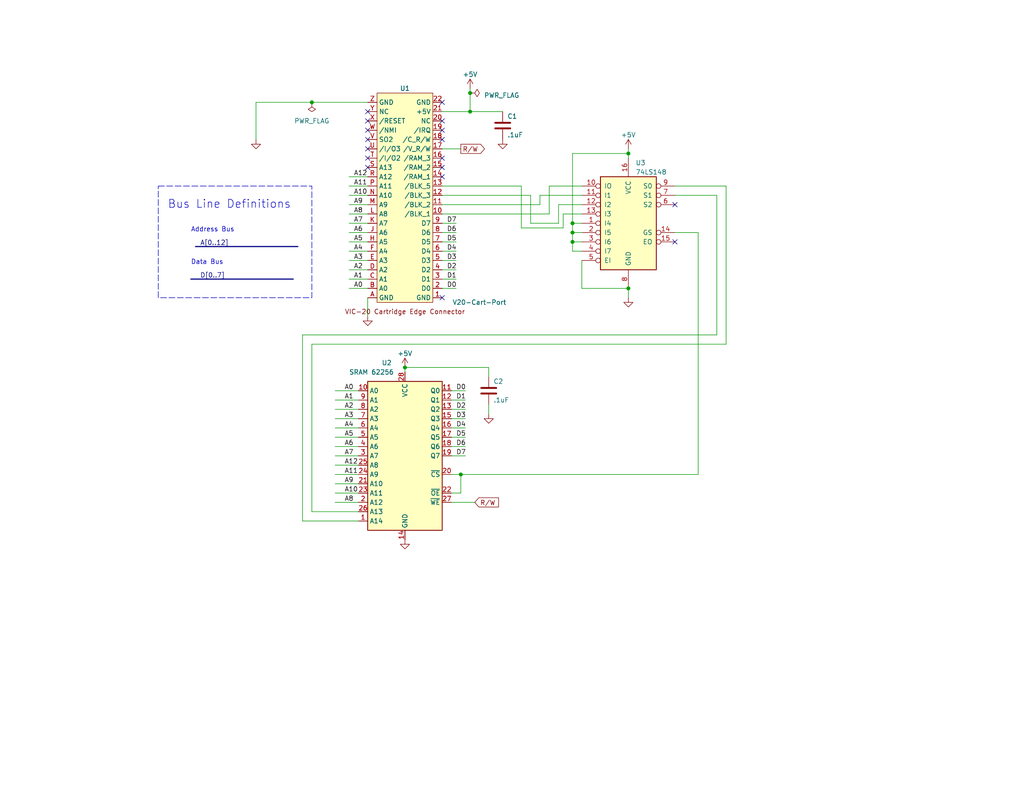
<source format=kicad_sch>
(kicad_sch (version 20230121) (generator eeschema)
  (paper "USLetter")
  (title_block (title "VIC-20 Ram Expansion") (date "2023-05-19") (rev "1"))
  (lib_symbols
    (symbol "74xx:74LS148" (pin_names (offset 1.016))
      (property "Reference" "U" (at -7.62 13.97 0))
      (property "Value" "74LS148" (at -7.62 -13.97 0))
      (symbol "74LS148_1_0"
        (pin input inverted (at -12.7 0 0) (length 5.08) (name "I4") (number "1"))
        (pin input inverted (at -12.7 10.16 0) (length 5.08) (name "IO") (number "10"))
        (pin input inverted (at -12.7 7.62 0) (length 5.08) (name "I1") (number "11"))
        (pin input inverted (at -12.7 5.08 0) (length 5.08) (name "I2") (number "12"))
        (pin input inverted (at -12.7 2.54 0) (length 5.08) (name "I3") (number "13"))
        (pin output inverted (at 12.7 -2.54 180) (length 5.08) (name "GS") (number "14"))
        (pin output inverted (at 12.7 -5.08 180) (length 5.08) (name "EO") (number "15"))
        (pin power_in line (at 0 17.78 270) (length 5.08) (name "VCC") (number "16"))
        (pin input inverted (at -12.7 -2.54 0) (length 5.08) (name "I5") (number "2"))
        (pin input inverted (at -12.7 -5.08 0) (length 5.08) (name "I6") (number "3"))
        (pin input inverted (at -12.7 -7.62 0) (length 5.08) (name "I7") (number "4"))
        (pin input inverted (at -12.7 -10.16 0) (length 5.08) (name "EI") (number "5"))
        (pin output inverted (at 12.7 5.08 180) (length 5.08) (name "S2") (number "6"))
        (pin output inverted (at 12.7 7.62 180) (length 5.08) (name "S1") (number "7"))
        (pin power_in line (at 0 -17.78 90) (length 5.08) (name "GND") (number "8"))
        (pin output inverted (at 12.7 10.16 180) (length 5.08) (name "S0") (number "9"))
      )
      (symbol "74LS148_1_1"
        (rectangle (start -7.62 12.7) (end 7.62 -12.7) (stroke (width 0.254)) (fill (type background)))
      )
    )
    (symbol "Commodore:VIC20_Cart_Edge"
      (property "Reference" "U" (at 1.27 59.69 0))
      (symbol "VIC20_Cart_Edge_0_1"
        (rectangle (start 0 57.15) (end 15.24 0) (fill (type background)))
        (text "VIC-20 Cartridge Edge Connector" (at 7.62 -2.54 0) (effects (font (size 1.27 1.27))))
      )
      (symbol "VIC20_Cart_Edge_1_1"
        (pin passive line (at 17.78 1.27 180) (length 2.54) (name "GND") (number "1"))
        (pin passive line (at 17.78 24.13 180) (length 2.54) (name "/BLK_1") (number "10"))
        (pin passive line (at 17.78 26.67 180) (length 2.54) (name "/BLK_2") (number "11"))
        (pin passive line (at 17.78 29.21 180) (length 2.54) (name "/BLK_3") (number "12"))
        (pin passive line (at 17.78 31.75 180) (length 2.54) (name "/BLK_5") (number "13"))
        (pin passive line (at 17.78 34.29 180) (length 2.54) (name "/RAM_1") (number "14"))
        (pin passive line (at 17.78 36.83 180) (length 2.54) (name "/RAM_2") (number "15"))
        (pin passive line (at 17.78 39.37 180) (length 2.54) (name "/RAM_3") (number "16"))
        (pin passive line (at 17.78 41.91 180) (length 2.54) (name "/V_R/W") (number "17"))
        (pin passive line (at 17.78 44.45 180) (length 2.54) (name "/C_R/W") (number "18"))
        (pin passive line (at 17.78 46.99 180) (length 2.54) (name "/IRQ") (number "19"))
        (pin passive line (at 17.78 3.81 180) (length 2.54) (name "D0") (number "2"))
        (pin passive line (at 17.78 49.53 180) (length 2.54) (name "NC") (number "20"))
        (pin passive line (at 17.78 52.07 180) (length 2.54) (name "+5V") (number "21"))
        (pin passive line (at 17.78 54.61 180) (length 2.54) (name "GND") (number "22"))
        (pin passive line (at 17.78 6.35 180) (length 2.54) (name "D1") (number "3"))
        (pin passive line (at 17.78 8.89 180) (length 2.54) (name "D2") (number "4"))
        (pin passive line (at 17.78 11.43 180) (length 2.54) (name "D3") (number "5"))
        (pin passive line (at 17.78 13.97 180) (length 2.54) (name "D4") (number "6"))
        (pin passive line (at 17.78 16.51 180) (length 2.54) (name "D5") (number "7"))
        (pin passive line (at 17.78 19.05 180) (length 2.54) (name "D6") (number "8"))
        (pin passive line (at 17.78 21.59 180) (length 2.54) (name "D7") (number "9"))
        (pin passive line (at -2.54 1.27 0) (length 2.54) (name "GND") (number "A"))
        (pin passive line (at -2.54 3.81 0) (length 2.54) (name "A0") (number "B"))
        (pin passive line (at -2.54 6.35 0) (length 2.54) (name "A1") (number "C"))
        (pin passive line (at -2.54 8.89 0) (length 2.54) (name "A2") (number "D"))
        (pin passive line (at -2.54 11.43 0) (length 2.54) (name "A3") (number "E"))
        (pin passive line (at -2.54 13.97 0) (length 2.54) (name "A4") (number "F"))
        (pin passive line (at -2.54 16.51 0) (length 2.54) (name "A5") (number "H"))
        (pin passive line (at -2.54 19.05 0) (length 2.54) (name "A6") (number "J"))
        (pin passive line (at -2.54 21.59 0) (length 2.54) (name "A7") (number "K"))
        (pin passive line (at -2.54 24.13 0) (length 2.54) (name "A8") (number "L"))
        (pin passive line (at -2.54 26.67 0) (length 2.54) (name "A9") (number "M"))
        (pin passive line (at -2.54 29.21 0) (length 2.54) (name "A10") (number "N"))
        (pin passive line (at -2.54 31.75 0) (length 2.54) (name "A11") (number "P"))
        (pin passive line (at -2.54 34.29 0) (length 2.54) (name "A12") (number "R"))
        (pin passive line (at -2.54 36.83 0) (length 2.54) (name "A13") (number "S"))
        (pin passive line (at -2.54 39.37 0) (length 2.54) (name "/I/O2") (number "T"))
        (pin passive line (at -2.54 41.91 0) (length 2.54) (name "/I/O3") (number "U"))
        (pin passive line (at -2.54 44.45 0) (length 2.54) (name "SO2") (number "V"))
        (pin passive line (at -2.54 46.99 0) (length 2.54) (name "/NMI") (number "W"))
        (pin passive line (at -2.54 49.53 0) (length 2.54) (name "/RESET") (number "X"))
        (pin passive line (at -2.54 52.07 0) (length 2.54) (name "NC") (number "Y"))
        (pin passive line (at -2.54 54.61 0) (length 2.54) (name "GND") (number "Z"))
      )
    )
    (symbol "Device:C" (pin_numbers hide) (pin_names (offset 0.254))
      (property "Reference" "C" (at 0.635 2.54 0))
      (property "Value" "C" (at 0.635 -2.54 0))
      (symbol "C_0_1"
        (polyline (pts (xy -2.032 -0.762) (xy 2.032 -0.762)) (stroke (width 0.508)))
        (polyline (pts (xy -2.032 0.762) (xy 2.032 0.762)) (stroke (width 0.508)))
      )
      (symbol "C_1_1"
        (pin passive line (at 0 3.81 270) (length 2.794) (name "~") (number "1"))
        (pin passive line (at 0 -3.81 90) (length 2.794) (name "~") (number "2"))
      )
    )
    (symbol "Memory_RAM:CY62256-70PC"
      (property "Reference" "U" (at -10.16 20.955 0))
      (property "Value" "CY62256-70PC" (at 2.54 20.955 0))
      (symbol "CY62256-70PC_0_0"
        (pin power_in line (at 0 -22.86 90) (length 2.54) (name "GND") (number "14"))
        (pin power_in line (at 0 22.86 270) (length 2.54) (name "VCC") (number "28"))
      )
      (symbol "CY62256-70PC_0_1"
        (rectangle (start -10.16 20.32) (end 10.16 -20.32) (stroke (width 0.254)) (fill (type background)))
      )
      (symbol "CY62256-70PC_1_1"
        (pin input line (at -12.7 -17.78 0) (length 2.54) (name "A14") (number "1"))
        (pin input line (at -12.7 17.78 0) (length 2.54) (name "A0") (number "10"))
        (pin tri_state line (at 12.7 17.78 180) (length 2.54) (name "Q0") (number "11"))
        (pin tri_state line (at 12.7 15.24 180) (length 2.54) (name "Q1") (number "12"))
        (pin tri_state line (at 12.7 12.7 180) (length 2.54) (name "Q2") (number "13"))
        (pin tri_state line (at 12.7 10.16 180) (length 2.54) (name "Q3") (number "15"))
        (pin tri_state line (at 12.7 7.62 180) (length 2.54) (name "Q4") (number "16"))
        (pin tri_state line (at 12.7 5.08 180) (length 2.54) (name "Q5") (number "17"))
        (pin tri_state line (at 12.7 2.54 180) (length 2.54) (name "Q6") (number "18"))
        (pin tri_state line (at 12.7 0 180) (length 2.54) (name "Q7") (number "19"))
        (pin input line (at -12.7 -12.7 0) (length 2.54) (name "A12") (number "2"))
        (pin input line (at 12.7 -5.08 180) (length 2.54) (name "~{CS}") (number "20"))
        (pin input line (at -12.7 -7.62 0) (length 2.54) (name "A10") (number "21"))
        (pin input line (at 12.7 -10.16 180) (length 2.54) (name "~{OE}") (number "22"))
        (pin input line (at -12.7 -10.16 0) (length 2.54) (name "A11") (number "23"))
        (pin input line (at -12.7 -5.08 0) (length 2.54) (name "A9") (number "24"))
        (pin input line (at -12.7 -2.54 0) (length 2.54) (name "A8") (number "25"))
        (pin input line (at -12.7 -15.24 0) (length 2.54) (name "A13") (number "26"))
        (pin input line (at 12.7 -12.7 180) (length 2.54) (name "~{WE}") (number "27"))
        (pin input line (at -12.7 0 0) (length 2.54) (name "A7") (number "3"))
        (pin input line (at -12.7 2.54 0) (length 2.54) (name "A6") (number "4"))
        (pin input line (at -12.7 5.08 0) (length 2.54) (name "A5") (number "5"))
        (pin input line (at -12.7 7.62 0) (length 2.54) (name "A4") (number "6"))
        (pin input line (at -12.7 10.16 0) (length 2.54) (name "A3") (number "7"))
        (pin input line (at -12.7 12.7 0) (length 2.54) (name "A2") (number "8"))
        (pin input line (at -12.7 15.24 0) (length 2.54) (name "A1") (number "9"))
      )
    )
    (symbol "power:+5V" (power) (pin_names (offset 0))
      (property "Value" "+5V" (at 0 3.556 0))
      (symbol "+5V_0_1"
        (polyline (pts (xy -0.762 1.27) (xy 0 2.54)))
        (polyline (pts (xy 0 0) (xy 0 2.54)))
        (polyline (pts (xy 0 2.54) (xy 0.762 1.27)))
      )
      (symbol "+5V_1_1"
        (pin power_in line (at 0 0 90) (length 0) hide (name "+5V") (number "1"))
      )
    )
    (symbol "power:GND" (power) (pin_names (offset 0))
      (property "Value" "GND" (at 0 -3.81 0))
      (symbol "GND_0_1"
        (polyline (pts (xy 0 0) (xy 0 -1.27) (xy 1.27 -1.27) (xy 0 -2.54) (xy -1.27 -1.27) (xy 0 -1.27)))
      )
      (symbol "GND_1_1"
        (pin power_in line (at 0 0 270) (length 0) hide (name "GND") (number "1"))
      )
    )
    (symbol "power:PWR_FLAG" (power) (pin_numbers hide) (pin_names (offset 0) hide)
      (property "Value" "PWR_FLAG" (at 0 3.81 0))
      (symbol "PWR_FLAG_0_0"
        (pin power_out line (at 0 0 90) (length 0) (name "pwr") (number "1"))
      )
      (symbol "PWR_FLAG_0_1"
        (polyline (pts (xy 0 0) (xy 0 1.27) (xy -1.016 1.905) (xy 0 2.54) (xy 1.016 1.905) (xy 0 1.27)))
      )
    )
  )
  (junction (at 171.45 41.91))
  (junction (at 110.49 100.33))
  (junction (at 85.09 27.94))
  (junction (at 156.21 60.96))
  (junction (at 128.27 25.4))
  (junction (at 171.45 78.74))
  (junction (at 128.27 30.48))
  (junction (at 156.21 63.5))
  (junction (at 125.73 129.54))
  (junction (at 156.21 66.04))
  (no_connect (at 100.33 40.64))
  (no_connect (at 120.65 38.1))
  (no_connect (at 120.65 33.02))
  (no_connect (at 100.33 45.72))
  (no_connect (at 100.33 30.48))
  (no_connect (at 100.33 43.18))
  (no_connect (at 120.65 81.28))
  (no_connect (at 120.65 35.56))
  (no_connect (at 120.65 45.72))
  (no_connect (at 184.15 66.04))
  (no_connect (at 120.65 43.18))
  (no_connect (at 100.33 38.1))
  (no_connect (at 120.65 27.94))
  (no_connect (at 100.33 33.02))
  (no_connect (at 120.65 48.26))
  (no_connect (at 184.15 55.88))
  (no_connect (at 100.33 35.56))
  (wire (pts (xy 120.65 68.58) (xy 124.46 68.58)))
  (wire (pts (xy 120.65 40.64) (xy 125.73 40.64)))
  (wire (pts (xy 147.32 53.34) (xy 158.75 53.34)))
  (bus (pts (xy 52.07 76.2) (xy 80.01 76.2)))
  (wire (pts (xy 156.21 68.58) (xy 156.21 66.04)))
  (wire (pts (xy 95.25 58.42) (xy 100.33 58.42)))
  (wire (pts (xy 123.19 119.38) (xy 127 119.38)))
  (wire (pts (xy 156.21 41.91) (xy 171.45 41.91)))
  (wire (pts (xy 82.55 91.44) (xy 195.58 91.44)))
  (wire (pts (xy 123.19 124.46) (xy 127 124.46)))
  (wire (pts (xy 95.25 63.5) (xy 100.33 63.5)))
  (wire (pts (xy 144.78 53.34) (xy 144.78 60.96)))
  (wire (pts (xy 69.85 27.94) (xy 69.85 38.1)))
  (wire (pts (xy 171.45 78.74) (xy 171.45 81.28)))
  (wire (pts (xy 142.24 50.8) (xy 142.24 62.23)))
  (wire (pts (xy 91.44 116.84) (xy 97.79 116.84)))
  (wire (pts (xy 120.65 30.48) (xy 128.27 30.48)))
  (wire (pts (xy 123.19 116.84) (xy 127 116.84)))
  (wire (pts (xy 91.44 129.54) (xy 97.79 129.54)))
  (wire (pts (xy 91.44 132.08) (xy 97.79 132.08)))
  (wire (pts (xy 82.55 142.24) (xy 97.79 142.24)))
  (wire (pts (xy 198.12 50.8) (xy 184.15 50.8)))
  (wire (pts (xy 91.44 137.16) (xy 97.79 137.16)))
  (wire (pts (xy 85.09 93.98) (xy 85.09 139.7)))
  (wire (pts (xy 153.67 58.42) (xy 158.75 58.42)))
  (wire (pts (xy 95.25 78.74) (xy 100.33 78.74)))
  (wire (pts (xy 95.25 60.96) (xy 100.33 60.96)))
  (wire (pts (xy 123.19 137.16) (xy 129.54 137.16)))
  (wire (pts (xy 91.44 121.92) (xy 97.79 121.92)))
  (wire (pts (xy 120.65 53.34) (xy 144.78 53.34)))
  (wire (pts (xy 100.33 81.28) (xy 100.33 86.36)))
  (wire (pts (xy 158.75 60.96) (xy 156.21 60.96)))
  (wire (pts (xy 123.19 106.68) (xy 127 106.68)))
  (wire (pts (xy 190.5 129.54) (xy 125.73 129.54)))
  (wire (pts (xy 158.75 66.04) (xy 156.21 66.04)))
  (wire (pts (xy 120.65 60.96) (xy 124.46 60.96)))
  (wire (pts (xy 198.12 50.8) (xy 198.12 93.98)))
  (wire (pts (xy 152.4 55.88) (xy 158.75 55.88)))
  (wire (pts (xy 91.44 111.76) (xy 97.79 111.76)))
  (wire (pts (xy 91.44 124.46) (xy 97.79 124.46)))
  (wire (pts (xy 149.86 58.42) (xy 149.86 50.8)))
  (wire (pts (xy 123.19 114.3) (xy 127 114.3)))
  (wire (pts (xy 123.19 134.62) (xy 125.73 134.62)))
  (wire (pts (xy 195.58 91.44) (xy 195.58 53.34)))
  (wire (pts (xy 142.24 62.23) (xy 153.67 62.23)))
  (wire (pts (xy 125.73 134.62) (xy 125.73 129.54)))
  (wire (pts (xy 171.45 40.64) (xy 171.45 41.91)))
  (wire (pts (xy 147.32 55.88) (xy 147.32 53.34)))
  (wire (pts (xy 156.21 60.96) (xy 156.21 41.91)))
  (wire (pts (xy 69.85 27.94) (xy 85.09 27.94)))
  (wire (pts (xy 156.21 60.96) (xy 156.21 63.5)))
  (wire (pts (xy 195.58 53.34) (xy 184.15 53.34)))
  (wire (pts (xy 95.25 66.04) (xy 100.33 66.04)))
  (wire (pts (xy 95.25 53.34) (xy 100.33 53.34)))
  (wire (pts (xy 120.65 78.74) (xy 124.46 78.74)))
  (wire (pts (xy 110.49 100.33) (xy 110.49 101.6)))
  (wire (pts (xy 120.65 58.42) (xy 149.86 58.42)))
  (wire (pts (xy 171.45 41.91) (xy 171.45 43.18)))
  (wire (pts (xy 184.15 63.5) (xy 190.5 63.5)))
  (wire (pts (xy 120.65 55.88) (xy 147.32 55.88)))
  (wire (pts (xy 91.44 109.22) (xy 97.79 109.22)))
  (wire (pts (xy 123.19 109.22) (xy 127 109.22)))
  (wire (pts (xy 120.65 66.04) (xy 124.46 66.04)))
  (wire (pts (xy 158.75 71.12) (xy 158.75 78.74)))
  (wire (pts (xy 120.65 50.8) (xy 142.24 50.8)))
  (bus (pts (xy 53.34 67.31) (xy 81.28 67.31)))
  (wire (pts (xy 91.44 119.38) (xy 97.79 119.38)))
  (wire (pts (xy 133.35 102.87) (xy 133.35 100.33)))
  (wire (pts (xy 156.21 63.5) (xy 158.75 63.5)))
  (wire (pts (xy 153.67 62.23) (xy 153.67 58.42)))
  (wire (pts (xy 95.25 50.8) (xy 100.33 50.8)))
  (wire (pts (xy 198.12 93.98) (xy 85.09 93.98)))
  (wire (pts (xy 85.09 139.7) (xy 97.79 139.7)))
  (wire (pts (xy 120.65 76.2) (xy 124.46 76.2)))
  (wire (pts (xy 128.27 30.48) (xy 128.27 25.4)))
  (wire (pts (xy 128.27 25.4) (xy 128.27 24.13)))
  (wire (pts (xy 91.44 106.68) (xy 97.79 106.68)))
  (wire (pts (xy 158.75 78.74) (xy 171.45 78.74)))
  (wire (pts (xy 120.65 71.12) (xy 124.46 71.12)))
  (wire (pts (xy 82.55 91.44) (xy 82.55 142.24)))
  (wire (pts (xy 91.44 134.62) (xy 97.79 134.62)))
  (wire (pts (xy 95.25 71.12) (xy 100.33 71.12)))
  (wire (pts (xy 128.27 30.48) (xy 137.16 30.48)))
  (wire (pts (xy 123.19 111.76) (xy 127 111.76)))
  (wire (pts (xy 144.78 60.96) (xy 152.4 60.96)))
  (wire (pts (xy 152.4 60.96) (xy 152.4 55.88)))
  (wire (pts (xy 95.25 73.66) (xy 100.33 73.66)))
  (wire (pts (xy 110.49 100.33) (xy 133.35 100.33)))
  (wire (pts (xy 133.35 110.49) (xy 133.35 113.03)))
  (wire (pts (xy 156.21 66.04) (xy 156.21 63.5)))
  (wire (pts (xy 95.25 48.26) (xy 100.33 48.26)))
  (wire (pts (xy 91.44 127) (xy 97.79 127)))
  (wire (pts (xy 123.19 121.92) (xy 127 121.92)))
  (wire (pts (xy 190.5 63.5) (xy 190.5 129.54)))
  (wire (pts (xy 158.75 68.58) (xy 156.21 68.58)))
  (wire (pts (xy 95.25 68.58) (xy 100.33 68.58)))
  (wire (pts (xy 85.09 27.94) (xy 100.33 27.94)))
  (wire (pts (xy 120.65 73.66) (xy 124.46 73.66)))
  (wire (pts (xy 95.25 55.88) (xy 100.33 55.88)))
  (wire (pts (xy 95.25 76.2) (xy 100.33 76.2)))
  (wire (pts (xy 125.73 129.54) (xy 123.19 129.54)))
  (wire (pts (xy 91.44 114.3) (xy 97.79 114.3)))
  (wire (pts (xy 149.86 50.8) (xy 158.75 50.8)))
  (wire (pts (xy 120.65 63.5) (xy 124.46 63.5)))
  (rectangle (start 43.18 50.8) (end 85.09 81.28) (stroke (width 0) (type dash)))
  (text "Address Bus" (at 52.07 63.5 0) (effects (font (size 1.27 1.27)) (justify left bottom)))
  (text "Bus Line Definitions" (at 45.72 57.15 0) (effects (font (size 2.2 2.2)) (justify left bottom)))
  (text "Data Bus" (at 52.07 72.39 0) (effects (font (size 1.27 1.27)) (justify left bottom)))
  (label "A9" (at 96.52 55.88 0))
  (label "A4" (at 93.98 116.84 0))
  (label "A8" (at 93.98 137.16 0))
  (label "A8" (at 96.52 58.42 0))
  (label "D4" (at 124.46 116.84 0))
  (label "D3" (at 121.92 71.12 0))
  (label "D6" (at 124.46 121.92 0))
  (label "A0" (at 96.52 78.74 0))
  (label "D3" (at 124.46 114.3 0))
  (label "A11" (at 96.52 50.8 0))
  (label "A[0..12]" (at 54.61 67.31 0))
  (label "D1" (at 124.46 109.22 0))
  (label "D0" (at 121.92 78.74 0))
  (label "A11" (at 93.98 129.54 0))
  (label "A2" (at 93.98 111.76 0))
  (label "A9" (at 93.98 132.08 0))
  (label "A12" (at 96.52 48.26 0))
  (label "A2" (at 96.52 73.66 0))
  (label "D[0..7]" (at 54.61 76.2 0))
  (label "A7" (at 93.98 124.46 0))
  (label "D6" (at 121.92 63.5 0))
  (label "A4" (at 96.52 68.58 0))
  (label "D5" (at 124.46 119.38 0))
  (label "A7" (at 96.52 60.96 0))
  (label "D2" (at 124.46 111.76 0))
  (label "D7" (at 121.92 60.96 0))
  (label "A10" (at 93.98 134.62 0))
  (label "A0" (at 93.98 106.68 0))
  (label "D7" (at 124.46 124.46 0))
  (label "D4" (at 121.92 68.58 0))
  (label "A3" (at 96.52 71.12 0))
  (label "D0" (at 124.46 106.68 0))
  (label "A6" (at 96.52 63.5 0))
  (label "D1" (at 121.92 76.2 0))
  (label "A5" (at 93.98 119.38 0))
  (label "A10" (at 96.52 53.34 0))
  (label "D5" (at 121.92 66.04 0))
  (label "A12" (at 93.98 127 0))
  (label "A3" (at 93.98 114.3 0))
  (label "A6" (at 93.98 121.92 0))
  (label "A5" (at 96.52 66.04 0))
  (label "A1" (at 96.52 76.2 0))
  (label "A1" (at 93.98 109.22 0))
  (label "D2" (at 121.92 73.66 0))
  (global_label "R{slash}W" (shape input) (at 129.54 137.16 0) (property "Intersheetrefs" "${INTERSHEET_REFS}" (effects hide)))
  (global_label "R{slash}W" (shape output) (at 125.73 40.64 0) (property "Intersheetrefs" "${INTERSHEET_REFS}" (effects hide)))
  (symbol (lib_id "Device:C") (at 137.16 34.29 0) (unit 1)
    (property "Reference" "C1" (at 138.43 31.75 0) (effects (justify left)))
    (property "Value" ".1uF" (at 138.43 36.83 0) (effects (justify left)))
    (property "Footprint" "Capacitor_THT:C_Disc_D5.0mm_W2.5mm_P5.00mm" (effects hide))
  )
  (symbol (lib_id "power:PWR_FLAG") (at 85.09 27.94 0) (mirror x) (unit 1)
    (property "Reference" "#FLG02" (effects hide))
    (property "Value" "PWR_FLAG" (at 85.09 33.02 0))
  )
  (symbol (lib_id "Memory_RAM:CY62256-70PC") (at 110.49 124.46 0) (unit 1)
    (property "Reference" "U2" (at 104.14 99.06 0) (effects (justify left)))
    (property "Value" "SRAM 62256" (at 95.25 101.6 0) (effects (justify left)))
    (property "Footprint" "Package_DIP:DIP-28_W15.24mm" (effects hide))
    (property "Datasheet" "https://ecee.colorado.edu/~mcclurel/Cypress_SRAM_CY62256.pdf" (effects hide))
  )
  (symbol (lib_id "power:+5V") (at 128.27 24.13 0) (unit 1)
    (property "Reference" "#PWR01" (effects hide))
    (property "Value" "+5V" (at 128.27 20.32 0))
  )
  (symbol (lib_id "power:GND") (at 137.16 38.1 0) (unit 1)
    (property "Reference" "#PWR07" (effects hide))
    (property "Value" "GND" (effects hide))
  )
  (symbol (lib_id "Device:C") (at 133.35 106.68 0) (unit 1)
    (property "Reference" "C2" (at 134.62 104.14 0) (effects (justify left)))
    (property "Value" ".1uF" (at 134.62 109.22 0) (effects (justify left)))
    (property "Footprint" "Capacitor_THT:C_Disc_D5.0mm_W2.5mm_P5.00mm" (effects hide))
  )
  (symbol (lib_id "74xx:74LS148") (at 171.45 60.96 0) (unit 1)
    (property "Reference" "U3" (at 173.4059 44.45 0) (effects (justify left)))
    (property "Value" "74LS148" (at 173.4059 46.99 0) (effects (justify left)))
    (property "Footprint" "Package_DIP:DIP-16_W7.62mm" (effects hide))
    (property "Datasheet" "http://www.ti.com/lit/gpn/sn74LS148" (effects hide))
  )
  (symbol (lib_id "Commodore:VIC20_Cart_Edge") (at 102.87 82.55 0) (unit 1)
    (property "Reference" "U1" (at 110.49 24.13 0))
    (property "Value" "V20-Cart-Port" (at 130.81 82.55 0))
    (property "Footprint" "Connector_Commodore:VIC20-Expansion-Port" (effects hide))
  )
  (symbol (lib_id "power:GND") (at 133.35 113.03 0) (unit 1)
    (property "Reference" "#PWR012" (effects hide))
    (property "Value" "GND" (effects hide))
  )
  (symbol (lib_id "power:PWR_FLAG") (at 128.27 25.4 270) (mirror x) (unit 1)
    (property "Reference" "#FLG01" (effects hide))
    (property "Value" "PWR_FLAG" (at 132.08 26.035 90) (effects (justify left)))
  )
  (symbol (lib_id "power:GND") (at 100.33 86.36 0) (unit 1)
    (property "Reference" "#PWR08" (effects hide))
    (property "Value" "GND" (effects hide))
  )
  (symbol (lib_id "power:GND") (at 110.49 147.32 0) (unit 1)
    (property "Reference" "#PWR04" (effects hide))
    (property "Value" "GND" (effects hide))
  )
  (symbol (lib_id "power:GND") (at 69.85 38.1 0) (unit 1)
    (property "Reference" "#PWR06" (effects hide))
    (property "Value" "GND" (effects hide))
  )
  (symbol (lib_id "power:+5V") (at 110.49 100.33 0) (unit 1)
    (property "Reference" "#PWR03" (effects hide))
    (property "Value" "+5V" (at 110.49 96.52 0))
  )
  (symbol (lib_id "power:GND") (at 171.45 81.28 0) (unit 1)
    (property "Reference" "#PWR05" (effects hide))
    (property "Value" "GND" (effects hide))
  )
  (symbol (lib_id "power:+5V") (at 171.45 40.64 0) (unit 1)
    (property "Reference" "#PWR02" (effects hide))
    (property "Value" "+5V" (at 171.45 36.83 0))
  )
)
</source>
